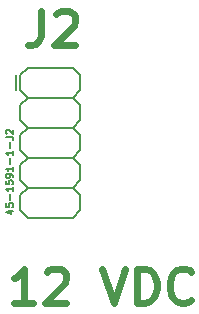
<source format=gbr>
G04 #@! TF.FileFunction,Legend,Top*
%FSLAX46Y46*%
G04 Gerber Fmt 4.6, Leading zero omitted, Abs format (unit mm)*
G04 Created by KiCad (PCBNEW 4.0.6) date 02/07/20 07:53:38*
%MOMM*%
%LPD*%
G01*
G04 APERTURE LIST*
%ADD10C,0.100000*%
%ADD11C,0.584200*%
%ADD12C,0.152400*%
%ADD13C,0.203200*%
%ADD14C,0.127000*%
G04 APERTURE END LIST*
D10*
D11*
X82575400Y-58319005D02*
X80906257Y-58319005D01*
X81740828Y-58319005D02*
X81740828Y-55398005D01*
X81462638Y-55815290D01*
X81184447Y-56093481D01*
X80906257Y-56232576D01*
X83688162Y-55676195D02*
X83827257Y-55537100D01*
X84105448Y-55398005D01*
X84800924Y-55398005D01*
X85079114Y-55537100D01*
X85218210Y-55676195D01*
X85357305Y-55954386D01*
X85357305Y-56232576D01*
X85218210Y-56649862D01*
X83549067Y-58319005D01*
X85357305Y-58319005D01*
X88417400Y-55398005D02*
X89391067Y-58319005D01*
X90364734Y-55398005D01*
X91338400Y-58319005D02*
X91338400Y-55398005D01*
X92033876Y-55398005D01*
X92451162Y-55537100D01*
X92729353Y-55815290D01*
X92868448Y-56093481D01*
X93007543Y-56649862D01*
X93007543Y-57067148D01*
X92868448Y-57623529D01*
X92729353Y-57901719D01*
X92451162Y-58179910D01*
X92033876Y-58319005D01*
X91338400Y-58319005D01*
X95928543Y-58040814D02*
X95789448Y-58179910D01*
X95372162Y-58319005D01*
X95093972Y-58319005D01*
X94676686Y-58179910D01*
X94398495Y-57901719D01*
X94259400Y-57623529D01*
X94120305Y-57067148D01*
X94120305Y-56649862D01*
X94259400Y-56093481D01*
X94398495Y-55815290D01*
X94676686Y-55537100D01*
X95093972Y-55398005D01*
X95372162Y-55398005D01*
X95789448Y-55537100D01*
X95928543Y-55676195D01*
D12*
X82092800Y-38392100D02*
X81457800Y-39027100D01*
X81457800Y-40297100D02*
X82092800Y-40932100D01*
X82092800Y-40932100D02*
X81457800Y-41567100D01*
X81457800Y-42837100D02*
X82092800Y-43472100D01*
X82092800Y-43472100D02*
X81457800Y-44107100D01*
X81457800Y-45377100D02*
X82092800Y-46012100D01*
X82092800Y-46012100D02*
X81457800Y-46647100D01*
X81457800Y-47917100D02*
X82092800Y-48552100D01*
X82092800Y-38392100D02*
X85902800Y-38392100D01*
X85902800Y-38392100D02*
X86537800Y-39027100D01*
X86537800Y-39027100D02*
X86537800Y-40297100D01*
X86537800Y-40297100D02*
X85902800Y-40932100D01*
X85902800Y-40932100D02*
X86537800Y-41567100D01*
X86537800Y-41567100D02*
X86537800Y-42837100D01*
X86537800Y-42837100D02*
X85902800Y-43472100D01*
X85902800Y-43472100D02*
X86537800Y-44107100D01*
X86537800Y-44107100D02*
X86537800Y-45377100D01*
X86537800Y-45377100D02*
X85902800Y-46012100D01*
X85902800Y-46012100D02*
X86537800Y-46647100D01*
X86537800Y-46647100D02*
X86537800Y-47917100D01*
X86537800Y-47917100D02*
X85902800Y-48552100D01*
X85902800Y-40932100D02*
X82092800Y-40932100D01*
X85902800Y-43472100D02*
X82092800Y-43472100D01*
X85902800Y-46012100D02*
X82092800Y-46012100D01*
X85902800Y-48552100D02*
X82092800Y-48552100D01*
X81457800Y-46647100D02*
X81457800Y-47917100D01*
X81457800Y-44107100D02*
X81457800Y-45377100D01*
X81457800Y-41567100D02*
X81457800Y-42837100D01*
X81457800Y-39027100D02*
X81457800Y-40297100D01*
X82092800Y-48552100D02*
X81457800Y-49187100D01*
X81457800Y-50457100D02*
X82092800Y-51092100D01*
X85902800Y-48552100D02*
X86537800Y-49187100D01*
X86537800Y-49187100D02*
X86537800Y-50457100D01*
X86537800Y-50457100D02*
X85902800Y-51092100D01*
X85902800Y-51092100D02*
X82092800Y-51092100D01*
X81457800Y-49187100D02*
X81457800Y-50457100D01*
D13*
X81076800Y-39027100D02*
X81076800Y-40297100D01*
X81076800Y-39027100D02*
X81076800Y-40297100D01*
D11*
X83202134Y-33579405D02*
X83202134Y-35665833D01*
X83063038Y-36083119D01*
X82784848Y-36361310D01*
X82367562Y-36500405D01*
X82089372Y-36500405D01*
X84453991Y-33857595D02*
X84593086Y-33718500D01*
X84871277Y-33579405D01*
X85566753Y-33579405D01*
X85844943Y-33718500D01*
X85984039Y-33857595D01*
X86123134Y-34135786D01*
X86123134Y-34413976D01*
X85984039Y-34831262D01*
X84314896Y-36500405D01*
X86123134Y-36500405D01*
D14*
X80438171Y-50486127D02*
X80844571Y-50486127D01*
X80205943Y-50631270D02*
X80641371Y-50776413D01*
X80641371Y-50399041D01*
X80234971Y-49876527D02*
X80234971Y-50166813D01*
X80525257Y-50195842D01*
X80496229Y-50166813D01*
X80467200Y-50108756D01*
X80467200Y-49963613D01*
X80496229Y-49905556D01*
X80525257Y-49876527D01*
X80583314Y-49847499D01*
X80728457Y-49847499D01*
X80786514Y-49876527D01*
X80815543Y-49905556D01*
X80844571Y-49963613D01*
X80844571Y-50108756D01*
X80815543Y-50166813D01*
X80786514Y-50195842D01*
X80612343Y-49586242D02*
X80612343Y-49121785D01*
X80844571Y-48512185D02*
X80844571Y-48860528D01*
X80844571Y-48686356D02*
X80234971Y-48686356D01*
X80322057Y-48744413D01*
X80380114Y-48802471D01*
X80409143Y-48860528D01*
X80234971Y-47960642D02*
X80234971Y-48250928D01*
X80525257Y-48279957D01*
X80496229Y-48250928D01*
X80467200Y-48192871D01*
X80467200Y-48047728D01*
X80496229Y-47989671D01*
X80525257Y-47960642D01*
X80583314Y-47931614D01*
X80728457Y-47931614D01*
X80786514Y-47960642D01*
X80815543Y-47989671D01*
X80844571Y-48047728D01*
X80844571Y-48192871D01*
X80815543Y-48250928D01*
X80786514Y-48279957D01*
X80844571Y-47641329D02*
X80844571Y-47525214D01*
X80815543Y-47467157D01*
X80786514Y-47438129D01*
X80699429Y-47380071D01*
X80583314Y-47351043D01*
X80351086Y-47351043D01*
X80293029Y-47380071D01*
X80264000Y-47409100D01*
X80234971Y-47467157D01*
X80234971Y-47583271D01*
X80264000Y-47641329D01*
X80293029Y-47670357D01*
X80351086Y-47699386D01*
X80496229Y-47699386D01*
X80554286Y-47670357D01*
X80583314Y-47641329D01*
X80612343Y-47583271D01*
X80612343Y-47467157D01*
X80583314Y-47409100D01*
X80554286Y-47380071D01*
X80496229Y-47351043D01*
X80844571Y-46770472D02*
X80844571Y-47118815D01*
X80844571Y-46944643D02*
X80234971Y-46944643D01*
X80322057Y-47002700D01*
X80380114Y-47060758D01*
X80409143Y-47118815D01*
X80612343Y-46509215D02*
X80612343Y-46044758D01*
X80844571Y-45435158D02*
X80844571Y-45783501D01*
X80844571Y-45609329D02*
X80234971Y-45609329D01*
X80322057Y-45667386D01*
X80380114Y-45725444D01*
X80409143Y-45783501D01*
X80612343Y-45173901D02*
X80612343Y-44709444D01*
X80234971Y-44244987D02*
X80670400Y-44244987D01*
X80757486Y-44274015D01*
X80815543Y-44332072D01*
X80844571Y-44419158D01*
X80844571Y-44477215D01*
X80293029Y-43983730D02*
X80264000Y-43954701D01*
X80234971Y-43896644D01*
X80234971Y-43751501D01*
X80264000Y-43693444D01*
X80293029Y-43664415D01*
X80351086Y-43635387D01*
X80409143Y-43635387D01*
X80496229Y-43664415D01*
X80844571Y-44012758D01*
X80844571Y-43635387D01*
M02*

</source>
